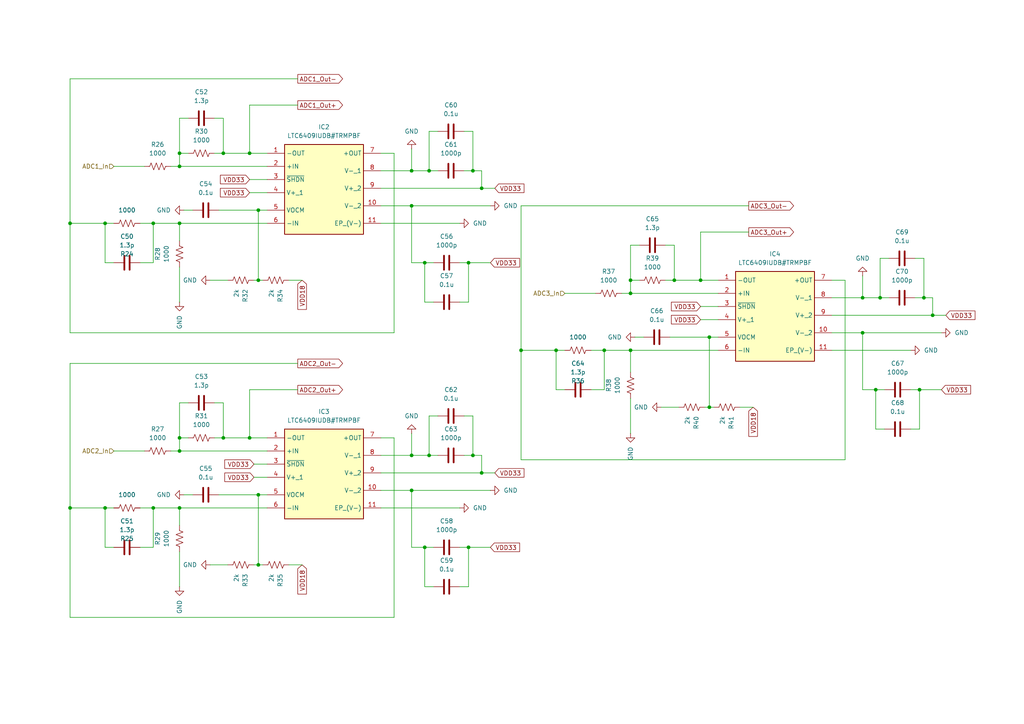
<source format=kicad_sch>
(kicad_sch (version 20231120) (generator "eeschema") (generator_version "8.0")
  (paper "A4")
  (lib_symbols
    (symbol "Device:C" (pin_numbers hide) (pin_names (offset 0.254))
      (property "Reference" "C" (at 0.635 2.54 0))
      (property "Value" "C" (at 0.635 -2.54 0))
      (symbol "C_0_1"
        (polyline (pts (xy -2.032 -0.762) (xy 2.032 -0.762)) (stroke (width 0.508)))
        (polyline (pts (xy -2.032 0.762) (xy 2.032 0.762)) (stroke (width 0.508)))
      )
      (symbol "C_1_1"
        (pin passive line (at 0 3.81 270) (length 2.794) (name "~") (number "1"))
        (pin passive line (at 0 -3.81 90) (length 2.794) (name "~") (number "2"))
      )
    )
    (symbol "Device:R_US" (pin_numbers hide) (pin_names (offset 0))
      (property "Reference" "R" (at 2.54 0 90))
      (property "Value" "R_US" (at -2.54 0 90))
      (symbol "R_US_0_1"
        (polyline (pts (xy 0 -2.286) (xy 0 -2.54)))
        (polyline (pts (xy 0 2.286) (xy 0 2.54)))
        (polyline (pts (xy 0 -0.762) (xy 1.016 -1.143) (xy 0 -1.524) (xy -1.016 -1.905) (xy 0 -2.286)))
        (polyline (pts (xy 0 0.762) (xy 1.016 0.381) (xy 0 0) (xy -1.016 -0.381) (xy 0 -0.762)))
        (polyline (pts (xy 0 2.286) (xy 1.016 1.905) (xy 0 1.524) (xy -1.016 1.143) (xy 0 0.762)))
      )
      (symbol "R_US_1_1"
        (pin passive line (at 0 3.81 270) (length 1.27) (name "~") (number "1"))
        (pin passive line (at 0 -3.81 90) (length 1.27) (name "~") (number "2"))
      )
    )
    (symbol "LTC6409IUDB#TRMPBF_1"
      (property "Reference" "IC" (at 53.34 0 0))
      (property "Value" "LTC6409IUDB#TRMPBF" (at 29.21 1.27 0))
      (symbol "LTC6409IUDB#TRMPBF_1_1_1"
        (rectangle (start 5.08 2.54) (end 27.94 -23.495) (stroke (width 0.254)) (fill (type background)))
        (pin passive line (at 0 0 0) (length 5.08) (name "-OUT") (number "1"))
        (pin passive line (at 33.02 -15.24 180) (length 5.08) (name "V-_2") (number "10"))
        (pin passive line (at 33.02 -20.32 180) (length 5.08) (name "EP_(V-)") (number "11"))
        (pin passive line (at 0 -3.81 0) (length 5.08) (name "+IN") (number "2"))
        (pin passive line (at 0 -7.62 0) (length 5.08) (name "~{SHDN}") (number "3"))
        (pin passive line (at 0 -11.43 0) (length 5.08) (name "V+_1") (number "4"))
        (pin passive line (at 0 -16.51 0) (length 5.08) (name "VOCM") (number "5"))
        (pin passive line (at 0 -20.32 0) (length 5.08) (name "-IN") (number "6"))
        (pin passive line (at 33.02 0 180) (length 5.08) (name "+OUT") (number "7"))
        (pin passive line (at 33.02 -5.08 180) (length 5.08) (name "V-_1") (number "8"))
        (pin passive line (at 33.02 -10.16 180) (length 5.08) (name "V+_2") (number "9"))
      )
    )
    (symbol "power:GND" (power) (pin_numbers hide) (pin_names (offset 0) hide)
      (property "Value" "GND" (at 0 -3.81 0))
      (symbol "GND_0_1"
        (polyline (pts (xy 0 0) (xy 0 -1.27) (xy 1.27 -1.27) (xy 0 -2.54) (xy -1.27 -1.27) (xy 0 -1.27)))
      )
      (symbol "GND_1_1"
        (pin power_in line (at 0 0 270) (length 0) (name "~") (number "1"))
      )
    )
  )
  (junction (at 205.74 97.79))
  (junction (at 250.19 96.52))
  (junction (at 119.38 49.53))
  (junction (at 119.38 142.24))
  (junction (at 139.7 54.61))
  (junction (at 123.19 76.2))
  (junction (at 123.19 158.75))
  (junction (at 52.07 127))
  (junction (at 135.89 158.75))
  (junction (at 74.93 60.96))
  (junction (at 124.46 132.08))
  (junction (at 52.07 147.32))
  (junction (at 52.07 44.45))
  (junction (at 203.2 81.28))
  (junction (at 266.7 113.03))
  (junction (at 151.13 101.6))
  (junction (at 44.45 147.32))
  (junction (at 182.88 101.6))
  (junction (at 72.39 44.45))
  (junction (at 119.38 59.69))
  (junction (at 64.77 127))
  (junction (at 74.93 81.28))
  (junction (at 139.7 137.16))
  (junction (at 72.39 127))
  (junction (at 175.26 101.6))
  (junction (at 254 113.03))
  (junction (at 20.32 147.32))
  (junction (at 267.97 86.36))
  (junction (at 20.32 64.77))
  (junction (at 255.27 86.36))
  (junction (at 124.46 49.53))
  (junction (at 74.93 143.51))
  (junction (at 137.16 49.53))
  (junction (at 52.07 48.26))
  (junction (at 182.88 85.09))
  (junction (at 44.45 64.77))
  (junction (at 135.89 76.2))
  (junction (at 52.07 130.81))
  (junction (at 205.74 118.11))
  (junction (at 64.77 44.45))
  (junction (at 137.16 132.08))
  (junction (at 270.51 91.44))
  (junction (at 30.48 64.77))
  (junction (at 74.93 163.83))
  (junction (at 182.88 81.28))
  (junction (at 119.38 132.08))
  (junction (at 195.58 81.28))
  (junction (at 30.48 147.32))
  (junction (at 250.19 86.36))
  (junction (at 52.07 64.77))
  (junction (at 161.29 101.6))
  (wire (pts (xy 44.45 64.77) (xy 44.45 76.2)))
  (wire (pts (xy 151.13 59.69) (xy 217.17 59.69)))
  (wire (pts (xy 250.19 86.36) (xy 255.27 86.36)))
  (wire (pts (xy 110.49 142.24) (xy 119.38 142.24)))
  (wire (pts (xy 53.34 143.51) (xy 55.88 143.51)))
  (wire (pts (xy 33.02 158.75) (xy 30.48 158.75)))
  (wire (pts (xy 182.88 101.6) (xy 208.28 101.6)))
  (wire (pts (xy 74.93 143.51) (xy 74.93 163.83)))
  (wire (pts (xy 49.53 130.81) (xy 52.07 130.81)))
  (wire (pts (xy 127 38.1) (xy 124.46 38.1)))
  (wire (pts (xy 74.93 163.83) (xy 73.66 163.83)))
  (wire (pts (xy 52.07 130.81) (xy 77.47 130.81)))
  (wire (pts (xy 182.88 85.09) (xy 182.88 81.28)))
  (wire (pts (xy 72.39 30.48) (xy 86.36 30.48)))
  (wire (pts (xy 74.93 143.51) (xy 77.47 143.51)))
  (wire (pts (xy 255.27 86.36) (xy 257.81 86.36)))
  (wire (pts (xy 270.51 91.44) (xy 274.32 91.44)))
  (wire (pts (xy 72.39 113.03) (xy 86.36 113.03)))
  (wire (pts (xy 76.2 163.83) (xy 74.93 163.83)))
  (wire (pts (xy 182.88 71.12) (xy 182.88 81.28)))
  (wire (pts (xy 73.66 138.43) (xy 77.47 138.43)))
  (wire (pts (xy 137.16 38.1) (xy 137.16 49.53)))
  (wire (pts (xy 20.32 105.41) (xy 86.36 105.41)))
  (wire (pts (xy 119.38 142.24) (xy 142.24 142.24)))
  (wire (pts (xy 20.32 64.77) (xy 20.32 22.86)))
  (wire (pts (xy 257.81 74.93) (xy 255.27 74.93)))
  (wire (pts (xy 60.96 163.83) (xy 66.04 163.83)))
  (wire (pts (xy 52.07 44.45) (xy 54.61 44.45)))
  (wire (pts (xy 40.64 147.32) (xy 44.45 147.32)))
  (wire (pts (xy 250.19 96.52) (xy 273.05 96.52)))
  (wire (pts (xy 205.74 97.79) (xy 205.74 118.11)))
  (wire (pts (xy 254 124.46) (xy 254 113.03)))
  (wire (pts (xy 110.49 147.32) (xy 133.35 147.32)))
  (wire (pts (xy 30.48 64.77) (xy 30.48 76.2)))
  (wire (pts (xy 33.02 147.32) (xy 30.48 147.32)))
  (wire (pts (xy 182.88 85.09) (xy 208.28 85.09)))
  (wire (pts (xy 133.35 76.2) (xy 135.89 76.2)))
  (wire (pts (xy 20.32 22.86) (xy 86.36 22.86)))
  (wire (pts (xy 20.32 147.32) (xy 30.48 147.32)))
  (wire (pts (xy 64.77 127) (xy 72.39 127)))
  (wire (pts (xy 265.43 74.93) (xy 267.97 74.93)))
  (wire (pts (xy 139.7 49.53) (xy 139.7 54.61)))
  (wire (pts (xy 139.7 54.61) (xy 143.51 54.61)))
  (wire (pts (xy 74.93 60.96) (xy 77.47 60.96)))
  (wire (pts (xy 60.96 81.28) (xy 66.04 81.28)))
  (wire (pts (xy 119.38 59.69) (xy 142.24 59.69)))
  (wire (pts (xy 163.83 85.09) (xy 172.72 85.09)))
  (wire (pts (xy 163.83 101.6) (xy 161.29 101.6)))
  (wire (pts (xy 119.38 132.08) (xy 124.46 132.08)))
  (wire (pts (xy 87.63 163.83) (xy 83.82 163.83)))
  (wire (pts (xy 33.02 130.81) (xy 41.91 130.81)))
  (wire (pts (xy 133.35 87.63) (xy 135.89 87.63)))
  (wire (pts (xy 64.77 34.29) (xy 64.77 44.45)))
  (wire (pts (xy 134.62 38.1) (xy 137.16 38.1)))
  (wire (pts (xy 241.3 96.52) (xy 250.19 96.52)))
  (wire (pts (xy 203.2 81.28) (xy 208.28 81.28)))
  (wire (pts (xy 110.49 127) (xy 114.3 127)))
  (wire (pts (xy 151.13 101.6) (xy 151.13 59.69)))
  (wire (pts (xy 119.38 76.2) (xy 123.19 76.2)))
  (wire (pts (xy 151.13 101.6) (xy 161.29 101.6)))
  (wire (pts (xy 124.46 120.65) (xy 124.46 132.08)))
  (wire (pts (xy 137.16 49.53) (xy 139.7 49.53)))
  (wire (pts (xy 151.13 101.6) (xy 151.13 133.35)))
  (wire (pts (xy 119.38 43.18) (xy 119.38 49.53)))
  (wire (pts (xy 241.3 81.28) (xy 245.11 81.28)))
  (wire (pts (xy 124.46 49.53) (xy 127 49.53)))
  (wire (pts (xy 110.49 49.53) (xy 119.38 49.53)))
  (wire (pts (xy 73.66 134.62) (xy 77.47 134.62)))
  (wire (pts (xy 137.16 132.08) (xy 139.7 132.08)))
  (wire (pts (xy 40.64 158.75) (xy 44.45 158.75)))
  (wire (pts (xy 76.2 81.28) (xy 74.93 81.28)))
  (wire (pts (xy 44.45 147.32) (xy 52.07 147.32)))
  (wire (pts (xy 254 113.03) (xy 256.54 113.03)))
  (wire (pts (xy 135.89 87.63) (xy 135.89 76.2)))
  (wire (pts (xy 119.38 59.69) (xy 119.38 76.2)))
  (wire (pts (xy 134.62 49.53) (xy 137.16 49.53)))
  (wire (pts (xy 74.93 60.96) (xy 74.93 81.28)))
  (wire (pts (xy 119.38 142.24) (xy 119.38 158.75)))
  (wire (pts (xy 194.31 97.79) (xy 205.74 97.79)))
  (wire (pts (xy 266.7 113.03) (xy 273.05 113.03)))
  (wire (pts (xy 203.2 67.31) (xy 217.17 67.31)))
  (wire (pts (xy 191.77 118.11) (xy 196.85 118.11)))
  (wire (pts (xy 52.07 170.18) (xy 52.07 160.02)))
  (wire (pts (xy 64.77 44.45) (xy 72.39 44.45)))
  (wire (pts (xy 182.88 107.95) (xy 182.88 101.6)))
  (wire (pts (xy 52.07 116.84) (xy 54.61 116.84)))
  (wire (pts (xy 63.5 60.96) (xy 74.93 60.96)))
  (wire (pts (xy 182.88 71.12) (xy 185.42 71.12)))
  (wire (pts (xy 123.19 170.18) (xy 123.19 158.75)))
  (wire (pts (xy 135.89 158.75) (xy 142.24 158.75)))
  (wire (pts (xy 127 120.65) (xy 124.46 120.65)))
  (wire (pts (xy 255.27 74.93) (xy 255.27 86.36)))
  (wire (pts (xy 265.43 86.36) (xy 267.97 86.36)))
  (wire (pts (xy 52.07 64.77) (xy 77.47 64.77)))
  (wire (pts (xy 20.32 64.77) (xy 30.48 64.77)))
  (wire (pts (xy 62.23 116.84) (xy 64.77 116.84)))
  (wire (pts (xy 245.11 133.35) (xy 151.13 133.35)))
  (wire (pts (xy 20.32 147.32) (xy 20.32 105.41)))
  (wire (pts (xy 114.3 127) (xy 114.3 179.07)))
  (wire (pts (xy 44.45 64.77) (xy 52.07 64.77)))
  (wire (pts (xy 110.49 137.16) (xy 139.7 137.16)))
  (wire (pts (xy 135.89 76.2) (xy 142.24 76.2)))
  (wire (pts (xy 203.2 92.71) (xy 208.28 92.71)))
  (wire (pts (xy 264.16 124.46) (xy 266.7 124.46)))
  (wire (pts (xy 184.15 97.79) (xy 186.69 97.79)))
  (wire (pts (xy 180.34 85.09) (xy 182.88 85.09)))
  (wire (pts (xy 241.3 91.44) (xy 270.51 91.44)))
  (wire (pts (xy 52.07 34.29) (xy 52.07 44.45)))
  (wire (pts (xy 62.23 44.45) (xy 64.77 44.45)))
  (wire (pts (xy 33.02 76.2) (xy 30.48 76.2)))
  (wire (pts (xy 207.01 118.11) (xy 205.74 118.11)))
  (wire (pts (xy 203.2 88.9) (xy 208.28 88.9)))
  (wire (pts (xy 195.58 81.28) (xy 203.2 81.28)))
  (wire (pts (xy 182.88 125.73) (xy 182.88 115.57)))
  (wire (pts (xy 110.49 44.45) (xy 114.3 44.45)))
  (wire (pts (xy 52.07 116.84) (xy 52.07 127)))
  (wire (pts (xy 20.32 64.77) (xy 20.32 96.52)))
  (wire (pts (xy 114.3 179.07) (xy 20.32 179.07)))
  (wire (pts (xy 245.11 81.28) (xy 245.11 133.35)))
  (wire (pts (xy 72.39 55.88) (xy 77.47 55.88)))
  (wire (pts (xy 62.23 127) (xy 64.77 127)))
  (wire (pts (xy 123.19 87.63) (xy 123.19 76.2)))
  (wire (pts (xy 205.74 118.11) (xy 204.47 118.11)))
  (wire (pts (xy 123.19 158.75) (xy 125.73 158.75)))
  (wire (pts (xy 33.02 64.77) (xy 30.48 64.77)))
  (wire (pts (xy 114.3 44.45) (xy 114.3 96.52)))
  (wire (pts (xy 119.38 158.75) (xy 123.19 158.75)))
  (wire (pts (xy 52.07 48.26) (xy 77.47 48.26)))
  (wire (pts (xy 44.45 147.32) (xy 44.45 158.75)))
  (wire (pts (xy 241.3 86.36) (xy 250.19 86.36)))
  (wire (pts (xy 134.62 132.08) (xy 137.16 132.08)))
  (wire (pts (xy 72.39 52.07) (xy 77.47 52.07)))
  (wire (pts (xy 218.44 118.11) (xy 214.63 118.11)))
  (wire (pts (xy 114.3 96.52) (xy 20.32 96.52)))
  (wire (pts (xy 124.46 38.1) (xy 124.46 49.53)))
  (wire (pts (xy 62.23 34.29) (xy 64.77 34.29)))
  (wire (pts (xy 161.29 101.6) (xy 161.29 113.03)))
  (wire (pts (xy 33.02 48.26) (xy 41.91 48.26)))
  (wire (pts (xy 40.64 76.2) (xy 44.45 76.2)))
  (wire (pts (xy 264.16 113.03) (xy 266.7 113.03)))
  (wire (pts (xy 250.19 80.01) (xy 250.19 86.36)))
  (wire (pts (xy 193.04 81.28) (xy 195.58 81.28)))
  (wire (pts (xy 49.53 48.26) (xy 52.07 48.26)))
  (wire (pts (xy 270.51 86.36) (xy 270.51 91.44)))
  (wire (pts (xy 110.49 54.61) (xy 139.7 54.61)))
  (wire (pts (xy 250.19 113.03) (xy 254 113.03)))
  (wire (pts (xy 205.74 97.79) (xy 208.28 97.79)))
  (wire (pts (xy 267.97 86.36) (xy 270.51 86.36)))
  (wire (pts (xy 52.07 130.81) (xy 52.07 127)))
  (wire (pts (xy 171.45 113.03) (xy 175.26 113.03)))
  (wire (pts (xy 52.07 152.4) (xy 52.07 147.32)))
  (wire (pts (xy 175.26 101.6) (xy 175.26 113.03)))
  (wire (pts (xy 139.7 137.16) (xy 143.51 137.16)))
  (wire (pts (xy 87.63 81.28) (xy 83.82 81.28)))
  (wire (pts (xy 266.7 124.46) (xy 266.7 113.03)))
  (wire (pts (xy 52.07 69.85) (xy 52.07 64.77)))
  (wire (pts (xy 72.39 44.45) (xy 77.47 44.45)))
  (wire (pts (xy 119.38 49.53) (xy 124.46 49.53)))
  (wire (pts (xy 171.45 101.6) (xy 175.26 101.6)))
  (wire (pts (xy 195.58 71.12) (xy 195.58 81.28)))
  (wire (pts (xy 53.34 60.96) (xy 55.88 60.96)))
  (wire (pts (xy 30.48 147.32) (xy 30.48 158.75)))
  (wire (pts (xy 74.93 81.28) (xy 73.66 81.28)))
  (wire (pts (xy 135.89 170.18) (xy 135.89 158.75)))
  (wire (pts (xy 125.73 170.18) (xy 123.19 170.18)))
  (wire (pts (xy 256.54 124.46) (xy 254 124.46)))
  (wire (pts (xy 72.39 44.45) (xy 72.39 30.48)))
  (wire (pts (xy 52.07 127) (xy 54.61 127)))
  (wire (pts (xy 63.5 143.51) (xy 74.93 143.51)))
  (wire (pts (xy 139.7 132.08) (xy 139.7 137.16)))
  (wire (pts (xy 40.64 64.77) (xy 44.45 64.77)))
  (wire (pts (xy 110.49 59.69) (xy 119.38 59.69)))
  (wire (pts (xy 123.19 76.2) (xy 125.73 76.2)))
  (wire (pts (xy 52.07 147.32) (xy 77.47 147.32)))
  (wire (pts (xy 64.77 116.84) (xy 64.77 127)))
  (wire (pts (xy 20.32 147.32) (xy 20.32 179.07)))
  (wire (pts (xy 72.39 127) (xy 72.39 113.03)))
  (wire (pts (xy 119.38 125.73) (xy 119.38 132.08)))
  (wire (pts (xy 175.26 101.6) (xy 182.88 101.6)))
  (wire (pts (xy 241.3 101.6) (xy 264.16 101.6)))
  (wire (pts (xy 133.35 158.75) (xy 135.89 158.75)))
  (wire (pts (xy 110.49 132.08) (xy 119.38 132.08)))
  (wire (pts (xy 52.07 87.63) (xy 52.07 77.47)))
  (wire (pts (xy 133.35 170.18) (xy 135.89 170.18)))
  (wire (pts (xy 52.07 34.29) (xy 54.61 34.29)))
  (wire (pts (xy 125.73 87.63) (xy 123.19 87.63)))
  (wire (pts (xy 72.39 127) (xy 77.47 127)))
  (wire (pts (xy 267.97 74.93) (xy 267.97 86.36)))
  (wire (pts (xy 110.49 64.77) (xy 133.35 64.77)))
  (wire (pts (xy 163.83 113.03) (xy 161.29 113.03)))
  (wire (pts (xy 52.07 48.26) (xy 52.07 44.45)))
  (wire (pts (xy 182.88 81.28) (xy 185.42 81.28)))
  (wire (pts (xy 124.46 132.08) (xy 127 132.08)))
  (wire (pts (xy 250.19 96.52) (xy 250.19 113.03)))
  (wire (pts (xy 203.2 81.28) (xy 203.2 67.31)))
  (wire (pts (xy 137.16 120.65) (xy 137.16 132.08)))
  (wire (pts (xy 193.04 71.12) (xy 195.58 71.12)))
  (wire (pts (xy 134.62 120.65) (xy 137.16 120.65)))
  (global_label "VDD18" (shape input) (at 87.63 81.28 270) (property "Intersheetrefs" "${INTERSHEET_REFS}" (effects (hide yes))))
  (global_label "VDD33" (shape input) (at 142.24 158.75 0) (property "Intersheetrefs" "${INTERSHEET_REFS}" (effects (hide yes))))
  (global_label "VDD33" (shape input) (at 203.2 92.71 180) (property "Intersheetrefs" "${INTERSHEET_REFS}" (effects (hide yes))))
  (global_label "VDD33" (shape input) (at 274.32 91.44 0) (property "Intersheetrefs" "${INTERSHEET_REFS}" (effects (hide yes))))
  (global_label "ADC3_Out+" (shape output) (at 217.17 67.31 0) (property "Intersheetrefs" "${INTERSHEET_REFS}" (effects (hide yes))))
  (global_label "VDD18" (shape input) (at 218.44 118.11 270) (property "Intersheetrefs" "${INTERSHEET_REFS}" (effects (hide yes))))
  (global_label "ADC2_Out+" (shape output) (at 86.36 113.03 0) (property "Intersheetrefs" "${INTERSHEET_REFS}" (effects (hide yes))))
  (global_label "VDD33" (shape input) (at 73.66 134.62 180) (property "Intersheetrefs" "${INTERSHEET_REFS}" (effects (hide yes))))
  (global_label "VDD33" (shape input) (at 203.2 88.9 180) (property "Intersheetrefs" "${INTERSHEET_REFS}" (effects (hide yes))))
  (global_label "VDD33" (shape input) (at 72.39 52.07 180) (property "Intersheetrefs" "${INTERSHEET_REFS}" (effects (hide yes))))
  (global_label "VDD33" (shape input) (at 72.39 55.88 180) (property "Intersheetrefs" "${INTERSHEET_REFS}" (effects (hide yes))))
  (global_label "ADC3_Out-" (shape output) (at 217.17 59.69 0) (property "Intersheetrefs" "${INTERSHEET_REFS}" (effects (hide yes))))
  (global_label "VDD33" (shape input) (at 273.05 113.03 0) (property "Intersheetrefs" "${INTERSHEET_REFS}" (effects (hide yes))))
  (global_label "VDD33" (shape input) (at 143.51 54.61 0) (property "Intersheetrefs" "${INTERSHEET_REFS}" (effects (hide yes))))
  (global_label "ADC1_Out-" (shape output) (at 86.36 22.86 0) (property "Intersheetrefs" "${INTERSHEET_REFS}" (effects (hide yes))))
  (global_label "ADC1_Out+" (shape output) (at 86.36 30.48 0) (property "Intersheetrefs" "${INTERSHEET_REFS}" (effects (hide yes))))
  (global_label "VDD33" (shape input) (at 143.51 137.16 0) (property "Intersheetrefs" "${INTERSHEET_REFS}" (effects (hide yes))))
  (global_label "VDD18" (shape input) (at 87.63 163.83 270) (property "Intersheetrefs" "${INTERSHEET_REFS}" (effects (hide yes))))
  (global_label "VDD33" (shape input) (at 142.24 76.2 0) (property "Intersheetrefs" "${INTERSHEET_REFS}" (effects (hide yes))))
  (global_label "ADC2_Out-" (shape output) (at 86.36 105.41 0) (property "Intersheetrefs" "${INTERSHEET_REFS}" (effects (hide yes))))
  (global_label "VDD33" (shape input) (at 73.66 138.43 180) (property "Intersheetrefs" "${INTERSHEET_REFS}" (effects (hide yes))))
  (hierarchical_label "ADC2_In" (shape input) (at 33.02 130.81 180))
  (hierarchical_label "ADC3_In" (shape input) (at 163.83 85.09 180))
  (hierarchical_label "ADC1_In" (shape input) (at 33.02 48.26 180))
  (symbol (lib_id "power:GND") (at 60.96 81.28 270) (unit 1)
    (property "Reference" "#PWR067" (effects (hide yes)))
    (property "Value" "GND" (at 57.15 81.2799 90) (effects (justify right)))
    (property "Description" "Power symbol creates a global label with name \"GND\" , ground" (effects (hide yes)))
  )
  (symbol (lib_id "power:GND") (at 191.77 118.11 270) (unit 1)
    (property "Reference" "#PWR077" (effects (hide yes)))
    (property "Value" "GND" (at 187.96 118.1099 90) (effects (justify right)))
    (property "Description" "Power symbol creates a global label with name \"GND\" , ground" (effects (hide yes)))
  )
  (symbol (lib_id "Device:R_US") (at 58.42 127 270) (unit 1)
    (property "Reference" "R31" (at 58.42 120.65 90))
    (property "Value" "1000" (at 58.42 123.19 90))
    (property "Footprint" "Resistor_SMD:R_0603_1608Metric" (effects (hide yes)))
    (property "Description" "Resistor, US symbol" (effects (hide yes)))
  )
  (symbol (lib_id "Device:C") (at 260.35 124.46 90) (unit 1)
    (property "Reference" "C68" (at 260.35 116.84 90))
    (property "Value" "0.1u" (at 260.35 119.38 90))
    (property "Footprint" "Capacitor_SMD:C_0603_1608Metric" (effects (hide yes)))
    (property "Description" "Unpolarized capacitor" (effects (hide yes)))
  )
  (symbol (lib_id "power:GND") (at 119.38 125.73 180) (unit 1)
    (property "Reference" "#PWR070" (effects (hide yes)))
    (property "Value" "GND" (at 119.38 120.65 0))
    (property "Description" "Power symbol creates a global label with name \"GND\" , ground" (effects (hide yes)))
  )
  (symbol (lib_id "Device:R_US") (at 36.83 147.32 270) (unit 1)
    (property "Reference" "R25" (at 36.83 156.21 90))
    (property "Value" "1000" (at 36.83 143.51 90))
    (property "Footprint" "Resistor_SMD:R_0603_1608Metric" (effects (hide yes)))
    (property "Description" "Resistor, US symbol" (effects (hide yes)))
  )
  (symbol (lib_id "Device:C") (at 36.83 76.2 90) (unit 1)
    (property "Reference" "C50" (at 36.83 68.58 90))
    (property "Value" "1.3p" (at 36.83 71.12 90))
    (property "Footprint" "Capacitor_SMD:C_0603_1608Metric" (effects (hide yes)))
    (property "Description" "Unpolarized capacitor" (effects (hide yes)))
  )
  (symbol (lib_id "Device:C") (at 59.69 143.51 270) (unit 1)
    (property "Reference" "C55" (at 59.69 135.89 90))
    (property "Value" "0.1u" (at 59.69 138.43 90))
    (property "Footprint" "Capacitor_SMD:C_0603_1608Metric" (effects (hide yes)))
    (property "Description" "Unpolarized capacitor" (effects (hide yes)))
  )
  (symbol (lib_id "power:GND") (at 52.07 87.63 0) (unit 1)
    (property "Reference" "#PWR063" (effects (hide yes)))
    (property "Value" "GND" (at 52.0699 91.44 90) (effects (justify right)))
    (property "Description" "Power symbol creates a global label with name \"GND\" , ground" (effects (hide yes)))
  )
  (symbol (lib_id "Device:C") (at 130.81 132.08 90) (unit 1)
    (property "Reference" "C63" (at 130.81 124.46 90))
    (property "Value" "1000p" (at 130.81 127 90))
    (property "Footprint" "Capacitor_SMD:C_0603_1608Metric" (effects (hide yes)))
    (property "Description" "Unpolarized capacitor" (effects (hide yes)))
  )
  (symbol (lib_name "LTC6409IUDB#TRMPBF_1") (lib_id "LTC6409IUDB#TRMPBF:LTC6409IUDB#TRMPBF") (at 208.28 81.28 0) (unit 1)
    (property "Reference" "IC4" (at 224.79 73.66 0))
    (property "Value" "LTC6409IUDB#TRMPBF" (at 224.79 76.2 0))
    (property "Footprint" "LTC6409IUDB_TRMPBF:QFN-10_UDB_LIT" (effects (hide yes)))
    (property "Datasheet" "https://www.analog.com/media/en/technical-documentation/data-sheets/6409fb.pdf" (effects (hide yes)))
    (property "Description" "High Speed Operational Amplifiers 10GHz GBW 1.1nV/rtHz Differential Amp" (effects (hide yes)))
    (property "Height" "0.85" (effects (hide yes)))
    (property "Mouser Part Number" "584-C6409IUDBTRMPBF" (effects (hide yes)))
    (property "Mouser Price/Stock" "https://www.mouser.co.uk/ProductDetail/Analog-Devices/LTC6409IUDBTRMPBF?qs=hVkxg5c3xu%252BCxcBUxz33zw%3D%3D" (effects (hide yes)))
    (property "Manufacturer_Name" "Analog Devices" (effects (hide yes)))
    (property "Manufacturer_Part_Number" "LTC6409IUDB#TRMPBF" (effects (hide yes)))
  )
  (symbol (lib_id "Device:C") (at 129.54 87.63 90) (unit 1)
    (property "Reference" "C57" (at 129.54 80.01 90))
    (property "Value" "0.1u" (at 129.54 82.55 90))
    (property "Footprint" "Capacitor_SMD:C_0603_1608Metric" (effects (hide yes)))
    (property "Description" "Unpolarized capacitor" (effects (hide yes)))
  )
  (symbol (lib_id "power:GND") (at 133.35 147.32 90) (unit 1)
    (property "Reference" "#PWR072" (effects (hide yes)))
    (property "Value" "GND" (at 137.16 147.3199 90) (effects (justify right)))
    (property "Description" "Power symbol creates a global label with name \"GND\" , ground" (effects (hide yes)))
  )
  (symbol (lib_id "Device:C") (at 58.42 116.84 90) (unit 1)
    (property "Reference" "C53" (at 58.42 109.22 90))
    (property "Value" "1.3p" (at 58.42 111.76 90))
    (property "Footprint" "Capacitor_SMD:C_0603_1608Metric" (effects (hide yes)))
    (property "Description" "Unpolarized capacitor" (effects (hide yes)))
  )
  (symbol (lib_id "Device:R_US") (at 52.07 73.66 0) (unit 1)
    (property "Reference" "R28" (at 45.72 73.66 90))
    (property "Value" "1000" (at 48.26 73.66 90))
    (property "Footprint" "Resistor_SMD:R_0603_1608Metric" (effects (hide yes)))
    (property "Description" "Resistor, US symbol" (effects (hide yes)))
  )
  (symbol (lib_id "power:GND") (at 250.19 80.01 180) (unit 1)
    (property "Reference" "#PWR078" (effects (hide yes)))
    (property "Value" "GND" (at 250.19 74.93 0))
    (property "Description" "Power symbol creates a global label with name \"GND\" , ground" (effects (hide yes)))
  )
  (symbol (lib_id "Device:C") (at 129.54 158.75 90) (unit 1)
    (property "Reference" "C58" (at 129.54 151.13 90))
    (property "Value" "1000p" (at 129.54 153.67 90))
    (property "Footprint" "Capacitor_SMD:C_0603_1608Metric" (effects (hide yes)))
    (property "Description" "Unpolarized capacitor" (effects (hide yes)))
  )
  (symbol (lib_id "Device:C") (at 260.35 113.03 90) (unit 1)
    (property "Reference" "C67" (at 260.35 105.41 90))
    (property "Value" "1000p" (at 260.35 107.95 90))
    (property "Footprint" "Capacitor_SMD:C_0603_1608Metric" (effects (hide yes)))
    (property "Description" "Unpolarized capacitor" (effects (hide yes)))
  )
  (symbol (lib_id "Device:R_US") (at 210.82 118.11 270) (unit 1)
    (property "Reference" "R41" (at 212.0901 120.65 0) (effects (justify left)))
    (property "Value" "2k" (at 209.5501 120.65 0) (effects (justify left)))
    (property "Footprint" "Resistor_SMD:R_0603_1608Metric" (effects (hide yes)))
    (property "Description" "Resistor, US symbol" (effects (hide yes)))
  )
  (symbol (lib_id "power:GND") (at 273.05 96.52 90) (unit 1)
    (property "Reference" "#PWR080" (effects (hide yes)))
    (property "Value" "GND" (at 276.86 96.5199 90) (effects (justify right)))
    (property "Description" "Power symbol creates a global label with name \"GND\" , ground" (effects (hide yes)))
  )
  (symbol (lib_id "power:GND") (at 133.35 64.77 90) (unit 1)
    (property "Reference" "#PWR071" (effects (hide yes)))
    (property "Value" "GND" (at 137.16 64.7699 90) (effects (justify right)))
    (property "Description" "Power symbol creates a global label with name \"GND\" , ground" (effects (hide yes)))
  )
  (symbol (lib_id "power:GND") (at 119.38 43.18 180) (unit 1)
    (property "Reference" "#PWR069" (effects (hide yes)))
    (property "Value" "GND" (at 119.38 38.1 0))
    (property "Description" "Power symbol creates a global label with name \"GND\" , ground" (effects (hide yes)))
  )
  (symbol (lib_id "Device:R_US") (at 45.72 48.26 270) (unit 1)
    (property "Reference" "R26" (at 45.72 41.91 90))
    (property "Value" "1000" (at 45.72 44.45 90))
    (property "Footprint" "Resistor_SMD:R_0603_1608Metric" (effects (hide yes)))
    (property "Description" "Resistor, US symbol" (effects (hide yes)))
  )
  (symbol (lib_id "Device:C") (at 129.54 170.18 90) (unit 1)
    (property "Reference" "C59" (at 129.54 162.56 90))
    (property "Value" "0.1u" (at 129.54 165.1 90))
    (property "Footprint" "Capacitor_SMD:C_0603_1608Metric" (effects (hide yes)))
    (property "Description" "Unpolarized capacitor" (effects (hide yes)))
  )
  (symbol (lib_id "Device:C") (at 129.54 76.2 90) (unit 1)
    (property "Reference" "C56" (at 129.54 68.58 90))
    (property "Value" "1000p" (at 129.54 71.12 90))
    (property "Footprint" "Capacitor_SMD:C_0603_1608Metric" (effects (hide yes)))
    (property "Description" "Unpolarized capacitor" (effects (hide yes)))
  )
  (symbol (lib_id "Device:C") (at 261.62 74.93 90) (unit 1)
    (property "Reference" "C69" (at 261.62 67.31 90))
    (property "Value" "0.1u" (at 261.62 69.85 90))
    (property "Footprint" "Capacitor_SMD:C_0603_1608Metric" (effects (hide yes)))
    (property "Description" "Unpolarized capacitor" (effects (hide yes)))
  )
  (symbol (lib_id "power:GND") (at 142.24 59.69 90) (unit 1)
    (property "Reference" "#PWR073" (effects (hide yes)))
    (property "Value" "GND" (at 146.05 59.6899 90) (effects (justify right)))
    (property "Description" "Power symbol creates a global label with name \"GND\" , ground" (effects (hide yes)))
  )
  (symbol (lib_id "Device:C") (at 130.81 120.65 90) (unit 1)
    (property "Reference" "C62" (at 130.81 113.03 90))
    (property "Value" "0.1u" (at 130.81 115.57 90))
    (property "Footprint" "Capacitor_SMD:C_0603_1608Metric" (effects (hide yes)))
    (property "Description" "Unpolarized capacitor" (effects (hide yes)))
  )
  (symbol (lib_id "power:GND") (at 142.24 142.24 90) (unit 1)
    (property "Reference" "#PWR074" (effects (hide yes)))
    (property "Value" "GND" (at 146.05 142.2399 90) (effects (justify right)))
    (property "Description" "Power symbol creates a global label with name \"GND\" , ground" (effects (hide yes)))
  )
  (symbol (lib_id "power:GND") (at 184.15 97.79 270) (unit 1)
    (property "Reference" "#PWR076" (effects (hide yes)))
    (property "Value" "GND" (at 180.34 97.7899 90) (effects (justify right)))
    (property "Description" "Power symbol creates a global label with name \"GND\" , ground" (effects (hide yes)))
  )
  (symbol (lib_id "Device:R_US") (at 80.01 81.28 270) (unit 1)
    (property "Reference" "R34" (at 81.2801 83.82 0) (effects (justify left)))
    (property "Value" "2k" (at 78.7401 83.82 0) (effects (justify left)))
    (property "Footprint" "Resistor_SMD:R_0603_1608Metric" (effects (hide yes)))
    (property "Description" "Resistor, US symbol" (effects (hide yes)))
  )
  (symbol (lib_id "power:GND") (at 182.88 125.73 0) (unit 1)
    (property "Reference" "#PWR075" (effects (hide yes)))
    (property "Value" "GND" (at 182.8799 129.54 90) (effects (justify right)))
    (property "Description" "Power symbol creates a global label with name \"GND\" , ground" (effects (hide yes)))
  )
  (symbol (lib_id "Device:C") (at 58.42 34.29 90) (unit 1)
    (property "Reference" "C52" (at 58.42 26.67 90))
    (property "Value" "1.3p" (at 58.42 29.21 90))
    (property "Footprint" "Capacitor_SMD:C_0603_1608Metric" (effects (hide yes)))
    (property "Description" "Unpolarized capacitor" (effects (hide yes)))
  )
  (symbol (lib_id "power:GND") (at 53.34 143.51 270) (unit 1)
    (property "Reference" "#PWR066" (effects (hide yes)))
    (property "Value" "GND" (at 49.53 143.5099 90) (effects (justify right)))
    (property "Description" "Power symbol creates a global label with name \"GND\" , ground" (effects (hide yes)))
  )
  (symbol (lib_id "Device:R_US") (at 69.85 81.28 270) (unit 1)
    (property "Reference" "R32" (at 71.1201 83.82 0) (effects (justify left)))
    (property "Value" "2k" (at 68.5801 83.82 0) (effects (justify left)))
    (property "Footprint" "Resistor_SMD:R_0603_1608Metric" (effects (hide yes)))
    (property "Description" "Resistor, US symbol" (effects (hide yes)))
  )
  (symbol (lib_id "Device:C") (at 36.83 158.75 90) (unit 1)
    (property "Reference" "C51" (at 36.83 151.13 90))
    (property "Value" "1.3p" (at 36.83 153.67 90))
    (property "Footprint" "Capacitor_SMD:C_0603_1608Metric" (effects (hide yes)))
    (property "Description" "Unpolarized capacitor" (effects (hide yes)))
  )
  (symbol (lib_name "LTC6409IUDB#TRMPBF_1") (lib_id "LTC6409IUDB#TRMPBF:LTC6409IUDB#TRMPBF") (at 77.47 44.45 0) (unit 1)
    (property "Reference" "IC2" (at 93.98 36.83 0))
    (property "Value" "LTC6409IUDB#TRMPBF" (at 93.98 39.37 0))
    (property "Footprint" "LTC6409IUDB_TRMPBF:QFN-10_UDB_LIT" (effects (hide yes)))
    (property "Datasheet" "https://www.analog.com/media/en/technical-documentation/data-sheets/6409fb.pdf" (effects (hide yes)))
    (property "Description" "High Speed Operational Amplifiers 10GHz GBW 1.1nV/rtHz Differential Amp" (effects (hide yes)))
    (property "Height" "0.85" (effects (hide yes)))
    (property "Mouser Part Number" "584-C6409IUDBTRMPBF" (effects (hide yes)))
    (property "Mouser Price/Stock" "https://www.mouser.co.uk/ProductDetail/Analog-Devices/LTC6409IUDBTRMPBF?qs=hVkxg5c3xu%252BCxcBUxz33zw%3D%3D" (effects (hide yes)))
    (property "Manufacturer_Name" "Analog Devices" (effects (hide yes)))
    (property "Manufacturer_Part_Number" "LTC6409IUDB#TRMPBF" (effects (hide yes)))
  )
  (symbol (lib_id "Device:R_US") (at 58.42 44.45 270) (unit 1)
    (property "Reference" "R30" (at 58.42 38.1 90))
    (property "Value" "1000" (at 58.42 40.64 90))
    (property "Footprint" "Resistor_SMD:R_0603_1608Metric" (effects (hide yes)))
    (property "Description" "Resistor, US symbol" (effects (hide yes)))
  )
  (symbol (lib_id "Device:R_US") (at 200.66 118.11 270) (unit 1)
    (property "Reference" "R40" (at 201.9301 120.65 0) (effects (justify left)))
    (property "Value" "2k" (at 199.3901 120.65 0) (effects (justify left)))
    (property "Footprint" "Resistor_SMD:R_0603_1608Metric" (effects (hide yes)))
    (property "Description" "Resistor, US symbol" (effects (hide yes)))
  )
  (symbol (lib_id "Device:R_US") (at 182.88 111.76 0) (unit 1)
    (property "Reference" "R38" (at 176.53 111.76 90))
    (property "Value" "1000" (at 179.07 111.76 90))
    (property "Footprint" "Resistor_SMD:R_0603_1608Metric" (effects (hide yes)))
    (property "Description" "Resistor, US symbol" (effects (hide yes)))
  )
  (symbol (lib_id "Device:C") (at 189.23 71.12 90) (unit 1)
    (property "Reference" "C65" (at 189.23 63.5 90))
    (property "Value" "1.3p" (at 189.23 66.04 90))
    (property "Footprint" "Capacitor_SMD:C_0603_1608Metric" (effects (hide yes)))
    (property "Description" "Unpolarized capacitor" (effects (hide yes)))
  )
  (symbol (lib_id "Device:C") (at 190.5 97.79 270) (unit 1)
    (property "Reference" "C66" (at 190.5 90.17 90))
    (property "Value" "0.1u" (at 190.5 92.71 90))
    (property "Footprint" "Capacitor_SMD:C_0603_1608Metric" (effects (hide yes)))
    (property "Description" "Unpolarized capacitor" (effects (hide yes)))
  )
  (symbol (lib_id "power:GND") (at 53.34 60.96 270) (unit 1)
    (property "Reference" "#PWR065" (effects (hide yes)))
    (property "Value" "GND" (at 49.53 60.9599 90) (effects (justify right)))
    (property "Description" "Power symbol creates a global label with name \"GND\" , ground" (effects (hide yes)))
  )
  (symbol (lib_id "Device:R_US") (at 36.83 64.77 270) (unit 1)
    (property "Reference" "R24" (at 36.83 73.66 90))
    (property "Value" "1000" (at 36.83 60.96 90))
    (property "Footprint" "Resistor_SMD:R_0603_1608Metric" (effects (hide yes)))
    (property "Description" "Resistor, US symbol" (effects (hide yes)))
  )
  (symbol (lib_id "Device:C") (at 167.64 113.03 90) (unit 1)
    (property "Reference" "C64" (at 167.64 105.41 90))
    (property "Value" "1.3p" (at 167.64 107.95 90))
    (property "Footprint" "Capacitor_SMD:C_0603_1608Metric" (effects (hide yes)))
    (property "Description" "Unpolarized capacitor" (effects (hide yes)))
  )
  (symbol (lib_id "power:GND") (at 52.07 170.18 0) (unit 1)
    (property "Reference" "#PWR064" (effects (hide yes)))
    (property "Value" "GND" (at 52.0699 173.99 90) (effects (justify right)))
    (property "Description" "Power symbol creates a global label with name \"GND\" , ground" (effects (hide yes)))
  )
  (symbol (lib_id "Device:R_US") (at 69.85 163.83 270) (unit 1)
    (property "Reference" "R33" (at 71.1201 166.37 0) (effects (justify left)))
    (property "Value" "2k" (at 68.5801 166.37 0) (effects (justify left)))
    (property "Footprint" "Resistor_SMD:R_0603_1608Metric" (effects (hide yes)))
    (property "Description" "Resistor, US symbol" (effects (hide yes)))
  )
  (symbol (lib_id "power:GND") (at 264.16 101.6 90) (unit 1)
    (property "Reference" "#PWR079" (effects (hide yes)))
    (property "Value" "GND" (at 267.97 101.5999 90) (effects (justify right)))
    (property "Description" "Power symbol creates a global label with name \"GND\" , ground" (effects (hide yes)))
  )
  (symbol (lib_id "Device:R_US") (at 176.53 85.09 270) (unit 1)
    (property "Reference" "R37" (at 176.53 78.74 90))
    (property "Value" "1000" (at 176.53 81.28 90))
    (property "Footprint" "Resistor_SMD:R_0603_1608Metric" (effects (hide yes)))
    (property "Description" "Resistor, US symbol" (effects (hide yes)))
  )
  (symbol (lib_id "Device:R_US") (at 52.07 156.21 0) (unit 1)
    (property "Reference" "R29" (at 45.72 156.21 90))
    (property "Value" "1000" (at 48.26 156.21 90))
    (property "Footprint" "Resistor_SMD:R_0603_1608Metric" (effects (hide yes)))
    (property "Description" "Resistor, US symbol" (effects (hide yes)))
  )
  (symbol (lib_id "Device:R_US") (at 189.23 81.28 270) (unit 1)
    (property "Reference" "R39" (at 189.23 74.93 90))
    (property "Value" "1000" (at 189.23 77.47 90))
    (property "Footprint" "Resistor_SMD:R_0603_1608Metric" (effects (hide yes)))
    (property "Description" "Resistor, US symbol" (effects (hide yes)))
  )
  (symbol (lib_id "Device:R_US") (at 80.01 163.83 270) (unit 1)
    (property "Reference" "R35" (at 81.2801 166.37 0) (effects (justify left)))
    (property "Value" "2k" (at 78.7401 166.37 0) (effects (justify left)))
    (property "Footprint" "Resistor_SMD:R_0603_1608Metric" (effects (hide yes)))
    (property "Description" "Resistor, US symbol" (effects (hide yes)))
  )
  (symbol (lib_id "Device:C") (at 261.62 86.36 90) (unit 1)
    (property "Reference" "C70" (at 261.62 78.74 90))
    (property "Value" "1000p" (at 261.62 81.28 90))
    (property "Footprint" "Capacitor_SMD:C_0603_1608Metric" (effects (hide yes)))
    (property "Description" "Unpolarized capacitor" (effects (hide yes)))
  )
  (symbol (lib_id "Device:C") (at 130.81 38.1 90) (unit 1)
    (property "Reference" "C60" (at 130.81 30.48 90))
    (property "Value" "0.1u" (at 130.81 33.02 90))
    (property "Footprint" "Capacitor_SMD:C_0603_1608Metric" (effects (hide yes)))
    (property "Description" "Unpolarized capacitor" (effects (hide yes)))
  )
  (symbol (lib_id "Device:C") (at 59.69 60.96 270) (unit 1)
    (property "Reference" "C54" (at 59.69 53.34 90))
    (property "Value" "0.1u" (at 59.69 55.88 90))
    (property "Footprint" "Capacitor_SMD:C_0603_1608Metric" (effects (hide yes)))
    (property "Description" "Unpolarized capacitor" (effects (hide yes)))
  )
  (symbol (lib_id "Device:C") (at 130.81 49.53 90) (unit 1)
    (property "Reference" "C61" (at 130.81 41.91 90))
    (property "Value" "1000p" (at 130.81 44.45 90))
    (property "Footprint" "Capacitor_SMD:C_0603_1608Metric" (effects (hide yes)))
    (property "Description" "Unpolarized capacitor" (effects (hide yes)))
  )
  (symbol (lib_id "Device:R_US") (at 167.64 101.6 270) (unit 1)
    (property "Reference" "R36" (at 167.64 110.49 90))
    (property "Value" "1000" (at 167.64 97.79 90))
    (property "Footprint" "Resistor_SMD:R_0603_1608Metric" (effects (hide yes)))
    (property "Description" "Resistor, US symbol" (effects (hide yes)))
  )
  (symbol (lib_id "Device:R_US") (at 45.72 130.81 270) (unit 1)
    (property "Reference" "R27" (at 45.72 124.46 90))
    (property "Value" "1000" (at 45.72 127 90))
    (property "Footprint" "Resistor_SMD:R_0603_1608Metric" (effects (hide yes)))
    (property "Description" "Resistor, US symbol" (effects (hide yes)))
  )
  (symbol (lib_id "power:GND") (at 60.96 163.83 270) (unit 1)
    (property "Reference" "#PWR068" (effects (hide yes)))
    (property "Value" "GND" (at 57.15 163.8299 90) (effects (justify right)))
    (property "Description" "Power symbol creates a global label with name \"GND\" , ground" (effects (hide yes)))
  )
  (symbol (lib_name "LTC6409IUDB#TRMPBF_1") (lib_id "LTC6409IUDB#TRMPBF:LTC6409IUDB#TRMPBF") (at 77.47 127 0) (unit 1)
    (property "Reference" "IC3" (at 93.98 119.38 0))
    (property "Value" "LTC6409IUDB#TRMPBF" (at 93.98 121.92 0))
    (property "Footprint" "LTC6409IUDB_TRMPBF:QFN-10_UDB_LIT" (effects (hide yes)))
    (property "Datasheet" "https://www.analog.com/media/en/technical-documentation/data-sheets/6409fb.pdf" (effects (hide yes)))
    (property "Description" "High Speed Operational Amplifiers 10GHz GBW 1.1nV/rtHz Differential Amp" (effects (hide yes)))
    (property "Height" "0.85" (effects (hide yes)))
    (property "Mouser Part Number" "584-C6409IUDBTRMPBF" (effects (hide yes)))
    (property "Mouser Price/Stock" "https://www.mouser.co.uk/ProductDetail/Analog-Devices/LTC6409IUDBTRMPBF?qs=hVkxg5c3xu%252BCxcBUxz33zw%3D%3D" (effects (hide yes)))
    (property "Manufacturer_Name" "Analog Devices" (effects (hide yes)))
    (property "Manufacturer_Part_Number" "LTC6409IUDB#TRMPBF" (effects (hide yes)))
  )
)
</source>
